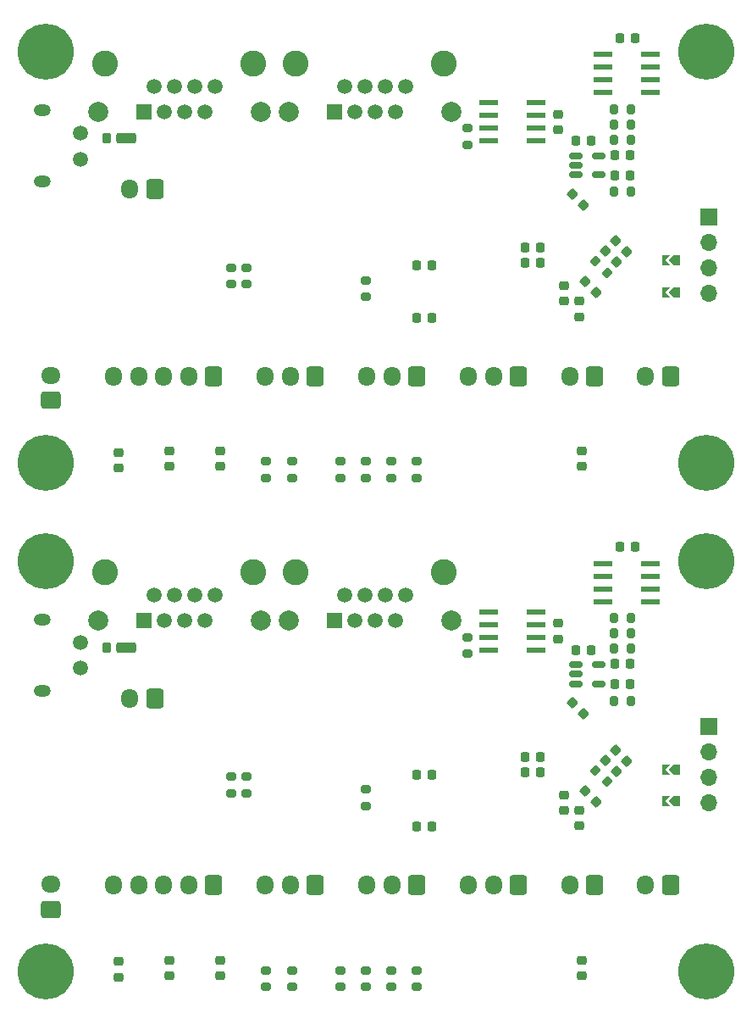
<source format=gbr>
%TF.GenerationSoftware,KiCad,Pcbnew,7.0.8*%
%TF.CreationDate,2024-02-13T15:10:35+09:00*%
%TF.ProjectId,446_CAN_Robomaster_newpanelize,3434365f-4341-44e5-9f52-6f626f6d6173,rev?*%
%TF.SameCoordinates,Original*%
%TF.FileFunction,Soldermask,Bot*%
%TF.FilePolarity,Negative*%
%FSLAX46Y46*%
G04 Gerber Fmt 4.6, Leading zero omitted, Abs format (unit mm)*
G04 Created by KiCad (PCBNEW 7.0.8) date 2024-02-13 15:10:35*
%MOMM*%
%LPD*%
G01*
G04 APERTURE LIST*
G04 Aperture macros list*
%AMRoundRect*
0 Rectangle with rounded corners*
0 $1 Rounding radius*
0 $2 $3 $4 $5 $6 $7 $8 $9 X,Y pos of 4 corners*
0 Add a 4 corners polygon primitive as box body*
4,1,4,$2,$3,$4,$5,$6,$7,$8,$9,$2,$3,0*
0 Add four circle primitives for the rounded corners*
1,1,$1+$1,$2,$3*
1,1,$1+$1,$4,$5*
1,1,$1+$1,$6,$7*
1,1,$1+$1,$8,$9*
0 Add four rect primitives between the rounded corners*
20,1,$1+$1,$2,$3,$4,$5,0*
20,1,$1+$1,$4,$5,$6,$7,0*
20,1,$1+$1,$6,$7,$8,$9,0*
20,1,$1+$1,$8,$9,$2,$3,0*%
%AMFreePoly0*
4,1,6,1.000000,0.000000,0.500000,-0.500000,-0.200000,-0.500000,-0.200000,0.500000,0.500000,0.500000,1.000000,0.000000,1.000000,0.000000,$1*%
%AMFreePoly1*
4,1,6,0.200000,-0.500000,-0.650000,-0.500000,-0.150000,0.000000,-0.650000,0.500000,0.200000,0.500000,0.200000,-0.500000,0.200000,-0.500000,$1*%
G04 Aperture macros list end*
%ADD10RoundRect,0.200000X0.275000X-0.200000X0.275000X0.200000X-0.275000X0.200000X-0.275000X-0.200000X0*%
%ADD11RoundRect,0.225000X0.225000X0.250000X-0.225000X0.250000X-0.225000X-0.250000X0.225000X-0.250000X0*%
%ADD12RoundRect,0.225000X-0.250000X0.225000X-0.250000X-0.225000X0.250000X-0.225000X0.250000X0.225000X0*%
%ADD13RoundRect,0.225000X-0.225000X-0.250000X0.225000X-0.250000X0.225000X0.250000X-0.225000X0.250000X0*%
%ADD14RoundRect,0.200000X-0.275000X0.200000X-0.275000X-0.200000X0.275000X-0.200000X0.275000X0.200000X0*%
%ADD15RoundRect,0.200000X-0.200000X-0.275000X0.200000X-0.275000X0.200000X0.275000X-0.200000X0.275000X0*%
%ADD16RoundRect,0.218750X-0.256250X0.218750X-0.256250X-0.218750X0.256250X-0.218750X0.256250X0.218750X0*%
%ADD17FreePoly0,180.000000*%
%ADD18FreePoly1,180.000000*%
%ADD19RoundRect,0.225000X0.335876X0.017678X0.017678X0.335876X-0.335876X-0.017678X-0.017678X-0.335876X0*%
%ADD20R,1.981200X0.558800*%
%ADD21RoundRect,0.225000X0.250000X-0.225000X0.250000X0.225000X-0.250000X0.225000X-0.250000X-0.225000X0*%
%ADD22RoundRect,0.200000X0.200000X0.275000X-0.200000X0.275000X-0.200000X-0.275000X0.200000X-0.275000X0*%
%ADD23RoundRect,0.200000X-0.335876X-0.053033X-0.053033X-0.335876X0.335876X0.053033X0.053033X0.335876X0*%
%ADD24RoundRect,0.250000X-0.750000X-0.300000X0.750000X-0.300000X0.750000X0.300000X-0.750000X0.300000X0*%
%ADD25RoundRect,0.200000X-0.200000X-0.350000X0.200000X-0.350000X0.200000X0.350000X-0.200000X0.350000X0*%
%ADD26RoundRect,0.150000X-0.512500X-0.150000X0.512500X-0.150000X0.512500X0.150000X-0.512500X0.150000X0*%
%ADD27RoundRect,0.225000X-0.335876X-0.017678X-0.017678X-0.335876X0.335876X0.017678X0.017678X0.335876X0*%
%ADD28C,1.500000*%
%ADD29O,1.700000X1.200000*%
%ADD30RoundRect,0.250000X0.600000X0.725000X-0.600000X0.725000X-0.600000X-0.725000X0.600000X-0.725000X0*%
%ADD31O,1.700000X1.950000*%
%ADD32R,1.700000X1.700000*%
%ADD33O,1.700000X1.700000*%
%ADD34C,5.600000*%
%ADD35RoundRect,0.250000X0.725000X-0.600000X0.725000X0.600000X-0.725000X0.600000X-0.725000X-0.600000X0*%
%ADD36O,1.950000X1.700000*%
%ADD37C,2.000000*%
%ADD38C,2.600000*%
%ADD39R,1.500000X1.500000*%
G04 APERTURE END LIST*
D10*
%TO.C,R17*%
X25146000Y-96570000D03*
X25146000Y-94920000D03*
%TD*%
D11*
%TO.C,C16*%
X62116000Y-52628000D03*
X60566000Y-52628000D03*
%TD*%
D10*
%TO.C,R16*%
X27813000Y-96570000D03*
X27813000Y-94920000D03*
%TD*%
D12*
%TO.C,C13*%
X10414000Y-94017000D03*
X10414000Y-95567000D03*
%TD*%
D11*
%TO.C,C16*%
X62116000Y-1778000D03*
X60566000Y-1778000D03*
%TD*%
%TO.C,C1*%
X41796000Y-24511000D03*
X40246000Y-24511000D03*
%TD*%
%TO.C,C2*%
X41796000Y-80568000D03*
X40246000Y-80568000D03*
%TD*%
D13*
%TO.C,C18*%
X60058000Y-66344000D03*
X61608000Y-66344000D03*
%TD*%
D10*
%TO.C,R16*%
X27813000Y-45720000D03*
X27813000Y-44070000D03*
%TD*%
%TO.C,R9*%
X35179000Y-45720000D03*
X35179000Y-44070000D03*
%TD*%
D12*
%TO.C,C11*%
X20574000Y-93890000D03*
X20574000Y-95440000D03*
%TD*%
%TO.C,C10*%
X56769000Y-43040000D03*
X56769000Y-44590000D03*
%TD*%
D14*
%TO.C,R14*%
X21717000Y-24702000D03*
X21717000Y-26352000D03*
%TD*%
D12*
%TO.C,C12*%
X15494000Y-43040000D03*
X15494000Y-44590000D03*
%TD*%
D14*
%TO.C,R8*%
X35179000Y-76822000D03*
X35179000Y-78472000D03*
%TD*%
D15*
%TO.C,R3*%
X60008000Y-61264000D03*
X61658000Y-61264000D03*
%TD*%
D16*
%TO.C,FB1*%
X56515000Y-78891500D03*
X56515000Y-80466500D03*
%TD*%
D11*
%TO.C,C2*%
X41796000Y-29718000D03*
X40246000Y-29718000D03*
%TD*%
D17*
%TO.C,JP2*%
X66421000Y-27178000D03*
D18*
X64947800Y-27178000D03*
%TD*%
D13*
%TO.C,C18*%
X60058000Y-15494000D03*
X61608000Y-15494000D03*
%TD*%
D10*
%TO.C,R11*%
X37719000Y-96570000D03*
X37719000Y-94920000D03*
%TD*%
D19*
%TO.C,C6*%
X60238008Y-24170008D03*
X59141992Y-23073992D03*
%TD*%
D10*
%TO.C,R7*%
X32639000Y-96570000D03*
X32639000Y-94920000D03*
%TD*%
D19*
%TO.C,C6*%
X60238008Y-75020008D03*
X59141992Y-73923992D03*
%TD*%
D20*
%TO.C,U4*%
X52146200Y-59105000D03*
X52146200Y-60375000D03*
X52146200Y-61645000D03*
X52146200Y-62915000D03*
X47421800Y-62915000D03*
X47421800Y-61645000D03*
X47421800Y-60375000D03*
X47421800Y-59105000D03*
%TD*%
%TO.C,U5*%
X58851800Y-58089000D03*
X58851800Y-56819000D03*
X58851800Y-55549000D03*
X58851800Y-54279000D03*
X63576200Y-54279000D03*
X63576200Y-55549000D03*
X63576200Y-56819000D03*
X63576200Y-58089000D03*
%TD*%
D10*
%TO.C,R13*%
X45339000Y-63295000D03*
X45339000Y-61645000D03*
%TD*%
D21*
%TO.C,C9*%
X54991000Y-28080000D03*
X54991000Y-26530000D03*
%TD*%
D13*
%TO.C,C14*%
X56121000Y-12065000D03*
X57671000Y-12065000D03*
%TD*%
D22*
%TO.C,R2*%
X61658000Y-11938000D03*
X60008000Y-11938000D03*
%TD*%
D11*
%TO.C,C3*%
X52591000Y-75107000D03*
X51041000Y-75107000D03*
%TD*%
%TO.C,C1*%
X41796000Y-75361000D03*
X40246000Y-75361000D03*
%TD*%
D14*
%TO.C,R15*%
X23241000Y-75552000D03*
X23241000Y-77202000D03*
%TD*%
D13*
%TO.C,C17*%
X60058000Y-64312000D03*
X61608000Y-64312000D03*
%TD*%
D12*
%TO.C,C13*%
X10414000Y-43167000D03*
X10414000Y-44717000D03*
%TD*%
D15*
%TO.C,R4*%
X60008000Y-8890000D03*
X61658000Y-8890000D03*
%TD*%
D12*
%TO.C,C12*%
X15494000Y-93890000D03*
X15494000Y-95440000D03*
%TD*%
D15*
%TO.C,R4*%
X60008000Y-59740000D03*
X61658000Y-59740000D03*
%TD*%
D21*
%TO.C,C9*%
X54991000Y-78930000D03*
X54991000Y-77380000D03*
%TD*%
D14*
%TO.C,R8*%
X35179000Y-25972000D03*
X35179000Y-27622000D03*
%TD*%
D20*
%TO.C,U4*%
X52146200Y-8255000D03*
X52146200Y-9525000D03*
X52146200Y-10795000D03*
X52146200Y-12065000D03*
X47421800Y-12065000D03*
X47421800Y-10795000D03*
X47421800Y-9525000D03*
X47421800Y-8255000D03*
%TD*%
D10*
%TO.C,R17*%
X25146000Y-45720000D03*
X25146000Y-44070000D03*
%TD*%
D23*
%TO.C,R6*%
X58090637Y-74904637D03*
X59257363Y-76071363D03*
%TD*%
D14*
%TO.C,R15*%
X23241000Y-24702000D03*
X23241000Y-26352000D03*
%TD*%
D19*
%TO.C,C7*%
X56936008Y-18455008D03*
X55839992Y-17358992D03*
%TD*%
D20*
%TO.C,U5*%
X58851800Y-7239000D03*
X58851800Y-5969000D03*
X58851800Y-4699000D03*
X58851800Y-3429000D03*
X63576200Y-3429000D03*
X63576200Y-4699000D03*
X63576200Y-5969000D03*
X63576200Y-7239000D03*
%TD*%
D12*
%TO.C,C11*%
X20574000Y-43040000D03*
X20574000Y-44590000D03*
%TD*%
D10*
%TO.C,R12*%
X40259000Y-45720000D03*
X40259000Y-44070000D03*
%TD*%
D19*
%TO.C,C4*%
X58206008Y-78068008D03*
X57109992Y-76971992D03*
%TD*%
D13*
%TO.C,C17*%
X60058000Y-13462000D03*
X61608000Y-13462000D03*
%TD*%
D22*
%TO.C,R2*%
X61658000Y-62788000D03*
X60008000Y-62788000D03*
%TD*%
D13*
%TO.C,C8*%
X51041000Y-22733000D03*
X52591000Y-22733000D03*
%TD*%
D15*
%TO.C,R1*%
X60008000Y-67995000D03*
X61658000Y-67995000D03*
%TD*%
D11*
%TO.C,C3*%
X52591000Y-24257000D03*
X51041000Y-24257000D03*
%TD*%
D10*
%TO.C,R12*%
X40259000Y-96570000D03*
X40259000Y-94920000D03*
%TD*%
D24*
%TO.C,D5*%
X11191000Y-11811000D03*
D25*
X9291000Y-11811000D03*
%TD*%
D26*
%TO.C,U3*%
X56139500Y-66278000D03*
X56139500Y-65328000D03*
X56139500Y-64378000D03*
X58414500Y-64378000D03*
X58414500Y-66278000D03*
%TD*%
D15*
%TO.C,R1*%
X60008000Y-17145000D03*
X61658000Y-17145000D03*
%TD*%
D10*
%TO.C,R9*%
X35179000Y-96570000D03*
X35179000Y-94920000D03*
%TD*%
%TO.C,R13*%
X45339000Y-12445000D03*
X45339000Y-10795000D03*
%TD*%
D19*
%TO.C,C7*%
X56936008Y-69305008D03*
X55839992Y-68208992D03*
%TD*%
D27*
%TO.C,C5*%
X60157992Y-72907992D03*
X61254008Y-74004008D03*
%TD*%
D15*
%TO.C,R3*%
X60008000Y-10414000D03*
X61658000Y-10414000D03*
%TD*%
D19*
%TO.C,C4*%
X58206008Y-27218008D03*
X57109992Y-26121992D03*
%TD*%
D17*
%TO.C,JP1*%
X66421000Y-74853000D03*
D18*
X64947800Y-74853000D03*
%TD*%
D12*
%TO.C,C15*%
X54356000Y-60235000D03*
X54356000Y-61785000D03*
%TD*%
D27*
%TO.C,C5*%
X60157992Y-22057992D03*
X61254008Y-23154008D03*
%TD*%
D23*
%TO.C,R6*%
X58090637Y-24054637D03*
X59257363Y-25221363D03*
%TD*%
D13*
%TO.C,C14*%
X56121000Y-62915000D03*
X57671000Y-62915000D03*
%TD*%
D24*
%TO.C,D5*%
X11191000Y-62661000D03*
D25*
X9291000Y-62661000D03*
%TD*%
D14*
%TO.C,R14*%
X21717000Y-75552000D03*
X21717000Y-77202000D03*
%TD*%
D17*
%TO.C,JP2*%
X66421000Y-78028000D03*
D18*
X64947800Y-78028000D03*
%TD*%
D10*
%TO.C,R7*%
X32639000Y-45720000D03*
X32639000Y-44070000D03*
%TD*%
D17*
%TO.C,JP1*%
X66421000Y-24003000D03*
D18*
X64947800Y-24003000D03*
%TD*%
D26*
%TO.C,U3*%
X56139500Y-15428000D03*
X56139500Y-14478000D03*
X56139500Y-13528000D03*
X58414500Y-13528000D03*
X58414500Y-15428000D03*
%TD*%
D10*
%TO.C,R11*%
X37719000Y-45720000D03*
X37719000Y-44070000D03*
%TD*%
D16*
%TO.C,FB1*%
X56515000Y-28041500D03*
X56515000Y-29616500D03*
%TD*%
D13*
%TO.C,C8*%
X51041000Y-73583000D03*
X52591000Y-73583000D03*
%TD*%
D12*
%TO.C,C15*%
X54356000Y-9385000D03*
X54356000Y-10935000D03*
%TD*%
%TO.C,C10*%
X56769000Y-93890000D03*
X56769000Y-95440000D03*
%TD*%
D28*
%TO.C,U2*%
X6604000Y-11273000D03*
X6604000Y-13873000D03*
D29*
X2804000Y-9023000D03*
X2804000Y-16123000D03*
%TD*%
D30*
%TO.C,J16*%
X50419000Y-86410000D03*
D31*
X47919000Y-86410000D03*
X45419000Y-86410000D03*
%TD*%
D32*
%TO.C,J15*%
X69469000Y-70535000D03*
D33*
X69469000Y-73075000D03*
X69469000Y-75615000D03*
X69469000Y-78155000D03*
%TD*%
D34*
%TO.C,H1*%
X3175000Y-54025000D03*
%TD*%
%TO.C,H1*%
X3175000Y-3175000D03*
%TD*%
D30*
%TO.C,J14*%
X65639000Y-86410000D03*
D31*
X63139000Y-86410000D03*
%TD*%
D35*
%TO.C,J4*%
X3683000Y-88823000D03*
D36*
X3683000Y-86323000D03*
%TD*%
D32*
%TO.C,J15*%
X69469000Y-19685000D03*
D33*
X69469000Y-22225000D03*
X69469000Y-24765000D03*
X69469000Y-27305000D03*
%TD*%
D30*
%TO.C,J16*%
X50419000Y-35560000D03*
D31*
X47919000Y-35560000D03*
X45419000Y-35560000D03*
%TD*%
D34*
%TO.C,H2*%
X3175000Y-95025000D03*
%TD*%
D37*
%TO.C,J11*%
X43682000Y-59994000D03*
D38*
X42957000Y-55154000D03*
X28157000Y-55154000D03*
D37*
X27432000Y-59994000D03*
D39*
X31987000Y-59994000D03*
D28*
X33007000Y-57454000D03*
X34027000Y-59994000D03*
X35047000Y-57454000D03*
X36067000Y-59994000D03*
X37087000Y-57454000D03*
X38107000Y-59994000D03*
X39127000Y-57454000D03*
%TD*%
D37*
%TO.C,J10*%
X24632000Y-9144000D03*
D38*
X23907000Y-4304000D03*
X9107000Y-4304000D03*
D37*
X8382000Y-9144000D03*
D39*
X12937000Y-9144000D03*
D28*
X13957000Y-6604000D03*
X14977000Y-9144000D03*
X15997000Y-6604000D03*
X17017000Y-9144000D03*
X18037000Y-6604000D03*
X19057000Y-9144000D03*
X20077000Y-6604000D03*
%TD*%
D34*
%TO.C,H4*%
X69215000Y-3175000D03*
%TD*%
D37*
%TO.C,J10*%
X24632000Y-59994000D03*
D38*
X23907000Y-55154000D03*
X9107000Y-55154000D03*
D37*
X8382000Y-59994000D03*
D39*
X12937000Y-59994000D03*
D28*
X13957000Y-57454000D03*
X14977000Y-59994000D03*
X15997000Y-57454000D03*
X17017000Y-59994000D03*
X18037000Y-57454000D03*
X19057000Y-59994000D03*
X20077000Y-57454000D03*
%TD*%
D34*
%TO.C,H2*%
X3175000Y-44175000D03*
%TD*%
D30*
%TO.C,J3*%
X14057000Y-67741000D03*
D31*
X11557000Y-67741000D03*
%TD*%
D35*
%TO.C,J4*%
X3683000Y-37973000D03*
D36*
X3683000Y-35473000D03*
%TD*%
D34*
%TO.C,H4*%
X69215000Y-54025000D03*
%TD*%
D30*
%TO.C,J14*%
X65639000Y-35560000D03*
D31*
X63139000Y-35560000D03*
%TD*%
D30*
%TO.C,J17*%
X58039000Y-86410000D03*
D31*
X55539000Y-86410000D03*
%TD*%
D30*
%TO.C,J12*%
X40259000Y-35560000D03*
D31*
X37759000Y-35560000D03*
X35259000Y-35560000D03*
%TD*%
D30*
%TO.C,J12*%
X40259000Y-86410000D03*
D31*
X37759000Y-86410000D03*
X35259000Y-86410000D03*
%TD*%
D30*
%TO.C,J1*%
X19939000Y-35560000D03*
D31*
X17439000Y-35560000D03*
X14939000Y-35560000D03*
X12439000Y-35560000D03*
X9939000Y-35560000D03*
%TD*%
D37*
%TO.C,J11*%
X43682000Y-9144000D03*
D38*
X42957000Y-4304000D03*
X28157000Y-4304000D03*
D37*
X27432000Y-9144000D03*
D39*
X31987000Y-9144000D03*
D28*
X33007000Y-6604000D03*
X34027000Y-9144000D03*
X35047000Y-6604000D03*
X36067000Y-9144000D03*
X37087000Y-6604000D03*
X38107000Y-9144000D03*
X39127000Y-6604000D03*
%TD*%
D30*
%TO.C,J13*%
X30099000Y-35560000D03*
D31*
X27599000Y-35560000D03*
X25099000Y-35560000D03*
%TD*%
D28*
%TO.C,U2*%
X6604000Y-62123000D03*
X6604000Y-64723000D03*
D29*
X2804000Y-59873000D03*
X2804000Y-66973000D03*
%TD*%
D30*
%TO.C,J13*%
X30099000Y-86410000D03*
D31*
X27599000Y-86410000D03*
X25099000Y-86410000D03*
%TD*%
D30*
%TO.C,J17*%
X58039000Y-35560000D03*
D31*
X55539000Y-35560000D03*
%TD*%
D34*
%TO.C,H3*%
X69215000Y-95025000D03*
%TD*%
D30*
%TO.C,J3*%
X14057000Y-16891000D03*
D31*
X11557000Y-16891000D03*
%TD*%
D34*
%TO.C,H3*%
X69215000Y-44175000D03*
%TD*%
D30*
%TO.C,J1*%
X19939000Y-86410000D03*
D31*
X17439000Y-86410000D03*
X14939000Y-86410000D03*
X12439000Y-86410000D03*
X9939000Y-86410000D03*
%TD*%
M02*

</source>
